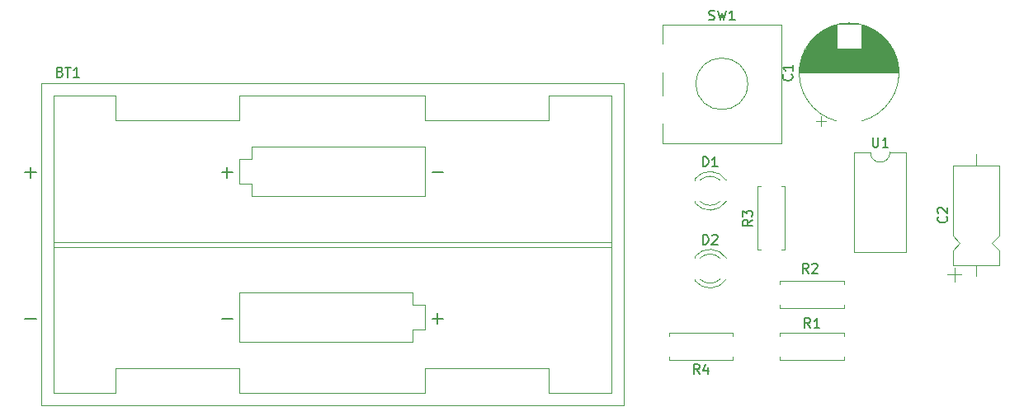
<source format=gbr>
%TF.GenerationSoftware,KiCad,Pcbnew,9.0.2*%
%TF.CreationDate,2025-07-04T12:52:13+05:30*%
%TF.ProjectId,qn2,716e322e-6b69-4636-9164-5f7063625858,rev?*%
%TF.SameCoordinates,Original*%
%TF.FileFunction,Legend,Top*%
%TF.FilePolarity,Positive*%
%FSLAX46Y46*%
G04 Gerber Fmt 4.6, Leading zero omitted, Abs format (unit mm)*
G04 Created by KiCad (PCBNEW 9.0.2) date 2025-07-04 12:52:13*
%MOMM*%
%LPD*%
G01*
G04 APERTURE LIST*
%ADD10C,0.150000*%
%ADD11C,0.120000*%
G04 APERTURE END LIST*
D10*
X119109580Y-60034343D02*
X119157200Y-60081962D01*
X119157200Y-60081962D02*
X119204819Y-60224819D01*
X119204819Y-60224819D02*
X119204819Y-60320057D01*
X119204819Y-60320057D02*
X119157200Y-60462914D01*
X119157200Y-60462914D02*
X119061961Y-60558152D01*
X119061961Y-60558152D02*
X118966723Y-60605771D01*
X118966723Y-60605771D02*
X118776247Y-60653390D01*
X118776247Y-60653390D02*
X118633390Y-60653390D01*
X118633390Y-60653390D02*
X118442914Y-60605771D01*
X118442914Y-60605771D02*
X118347676Y-60558152D01*
X118347676Y-60558152D02*
X118252438Y-60462914D01*
X118252438Y-60462914D02*
X118204819Y-60320057D01*
X118204819Y-60320057D02*
X118204819Y-60224819D01*
X118204819Y-60224819D02*
X118252438Y-60081962D01*
X118252438Y-60081962D02*
X118300057Y-60034343D01*
X119204819Y-59081962D02*
X119204819Y-59653390D01*
X119204819Y-59367676D02*
X118204819Y-59367676D01*
X118204819Y-59367676D02*
X118347676Y-59462914D01*
X118347676Y-59462914D02*
X118442914Y-59558152D01*
X118442914Y-59558152D02*
X118490533Y-59653390D01*
X134989580Y-74666666D02*
X135037200Y-74714285D01*
X135037200Y-74714285D02*
X135084819Y-74857142D01*
X135084819Y-74857142D02*
X135084819Y-74952380D01*
X135084819Y-74952380D02*
X135037200Y-75095237D01*
X135037200Y-75095237D02*
X134941961Y-75190475D01*
X134941961Y-75190475D02*
X134846723Y-75238094D01*
X134846723Y-75238094D02*
X134656247Y-75285713D01*
X134656247Y-75285713D02*
X134513390Y-75285713D01*
X134513390Y-75285713D02*
X134322914Y-75238094D01*
X134322914Y-75238094D02*
X134227676Y-75190475D01*
X134227676Y-75190475D02*
X134132438Y-75095237D01*
X134132438Y-75095237D02*
X134084819Y-74952380D01*
X134084819Y-74952380D02*
X134084819Y-74857142D01*
X134084819Y-74857142D02*
X134132438Y-74714285D01*
X134132438Y-74714285D02*
X134180057Y-74666666D01*
X134180057Y-74285713D02*
X134132438Y-74238094D01*
X134132438Y-74238094D02*
X134084819Y-74142856D01*
X134084819Y-74142856D02*
X134084819Y-73904761D01*
X134084819Y-73904761D02*
X134132438Y-73809523D01*
X134132438Y-73809523D02*
X134180057Y-73761904D01*
X134180057Y-73761904D02*
X134275295Y-73714285D01*
X134275295Y-73714285D02*
X134370533Y-73714285D01*
X134370533Y-73714285D02*
X134513390Y-73761904D01*
X134513390Y-73761904D02*
X135084819Y-74333332D01*
X135084819Y-74333332D02*
X135084819Y-73714285D01*
X127428095Y-66504819D02*
X127428095Y-67314342D01*
X127428095Y-67314342D02*
X127475714Y-67409580D01*
X127475714Y-67409580D02*
X127523333Y-67457200D01*
X127523333Y-67457200D02*
X127618571Y-67504819D01*
X127618571Y-67504819D02*
X127809047Y-67504819D01*
X127809047Y-67504819D02*
X127904285Y-67457200D01*
X127904285Y-67457200D02*
X127951904Y-67409580D01*
X127951904Y-67409580D02*
X127999523Y-67314342D01*
X127999523Y-67314342D02*
X127999523Y-66504819D01*
X128999523Y-67504819D02*
X128428095Y-67504819D01*
X128713809Y-67504819D02*
X128713809Y-66504819D01*
X128713809Y-66504819D02*
X128618571Y-66647676D01*
X128618571Y-66647676D02*
X128523333Y-66742914D01*
X128523333Y-66742914D02*
X128428095Y-66790533D01*
X110616667Y-54407200D02*
X110759524Y-54454819D01*
X110759524Y-54454819D02*
X110997619Y-54454819D01*
X110997619Y-54454819D02*
X111092857Y-54407200D01*
X111092857Y-54407200D02*
X111140476Y-54359580D01*
X111140476Y-54359580D02*
X111188095Y-54264342D01*
X111188095Y-54264342D02*
X111188095Y-54169104D01*
X111188095Y-54169104D02*
X111140476Y-54073866D01*
X111140476Y-54073866D02*
X111092857Y-54026247D01*
X111092857Y-54026247D02*
X110997619Y-53978628D01*
X110997619Y-53978628D02*
X110807143Y-53931009D01*
X110807143Y-53931009D02*
X110711905Y-53883390D01*
X110711905Y-53883390D02*
X110664286Y-53835771D01*
X110664286Y-53835771D02*
X110616667Y-53740533D01*
X110616667Y-53740533D02*
X110616667Y-53645295D01*
X110616667Y-53645295D02*
X110664286Y-53550057D01*
X110664286Y-53550057D02*
X110711905Y-53502438D01*
X110711905Y-53502438D02*
X110807143Y-53454819D01*
X110807143Y-53454819D02*
X111045238Y-53454819D01*
X111045238Y-53454819D02*
X111188095Y-53502438D01*
X111521429Y-53454819D02*
X111759524Y-54454819D01*
X111759524Y-54454819D02*
X111950000Y-53740533D01*
X111950000Y-53740533D02*
X112140476Y-54454819D01*
X112140476Y-54454819D02*
X112378572Y-53454819D01*
X113283333Y-54454819D02*
X112711905Y-54454819D01*
X112997619Y-54454819D02*
X112997619Y-53454819D01*
X112997619Y-53454819D02*
X112902381Y-53597676D01*
X112902381Y-53597676D02*
X112807143Y-53692914D01*
X112807143Y-53692914D02*
X112711905Y-53740533D01*
X109643333Y-90824819D02*
X109310000Y-90348628D01*
X109071905Y-90824819D02*
X109071905Y-89824819D01*
X109071905Y-89824819D02*
X109452857Y-89824819D01*
X109452857Y-89824819D02*
X109548095Y-89872438D01*
X109548095Y-89872438D02*
X109595714Y-89920057D01*
X109595714Y-89920057D02*
X109643333Y-90015295D01*
X109643333Y-90015295D02*
X109643333Y-90158152D01*
X109643333Y-90158152D02*
X109595714Y-90253390D01*
X109595714Y-90253390D02*
X109548095Y-90301009D01*
X109548095Y-90301009D02*
X109452857Y-90348628D01*
X109452857Y-90348628D02*
X109071905Y-90348628D01*
X110500476Y-90158152D02*
X110500476Y-90824819D01*
X110262381Y-89777200D02*
X110024286Y-90491485D01*
X110024286Y-90491485D02*
X110643333Y-90491485D01*
X115084819Y-74976666D02*
X114608628Y-75309999D01*
X115084819Y-75548094D02*
X114084819Y-75548094D01*
X114084819Y-75548094D02*
X114084819Y-75167142D01*
X114084819Y-75167142D02*
X114132438Y-75071904D01*
X114132438Y-75071904D02*
X114180057Y-75024285D01*
X114180057Y-75024285D02*
X114275295Y-74976666D01*
X114275295Y-74976666D02*
X114418152Y-74976666D01*
X114418152Y-74976666D02*
X114513390Y-75024285D01*
X114513390Y-75024285D02*
X114561009Y-75071904D01*
X114561009Y-75071904D02*
X114608628Y-75167142D01*
X114608628Y-75167142D02*
X114608628Y-75548094D01*
X114084819Y-74643332D02*
X114084819Y-74024285D01*
X114084819Y-74024285D02*
X114465771Y-74357618D01*
X114465771Y-74357618D02*
X114465771Y-74214761D01*
X114465771Y-74214761D02*
X114513390Y-74119523D01*
X114513390Y-74119523D02*
X114561009Y-74071904D01*
X114561009Y-74071904D02*
X114656247Y-74024285D01*
X114656247Y-74024285D02*
X114894342Y-74024285D01*
X114894342Y-74024285D02*
X114989580Y-74071904D01*
X114989580Y-74071904D02*
X115037200Y-74119523D01*
X115037200Y-74119523D02*
X115084819Y-74214761D01*
X115084819Y-74214761D02*
X115084819Y-74500475D01*
X115084819Y-74500475D02*
X115037200Y-74595713D01*
X115037200Y-74595713D02*
X114989580Y-74643332D01*
X120833333Y-80454819D02*
X120500000Y-79978628D01*
X120261905Y-80454819D02*
X120261905Y-79454819D01*
X120261905Y-79454819D02*
X120642857Y-79454819D01*
X120642857Y-79454819D02*
X120738095Y-79502438D01*
X120738095Y-79502438D02*
X120785714Y-79550057D01*
X120785714Y-79550057D02*
X120833333Y-79645295D01*
X120833333Y-79645295D02*
X120833333Y-79788152D01*
X120833333Y-79788152D02*
X120785714Y-79883390D01*
X120785714Y-79883390D02*
X120738095Y-79931009D01*
X120738095Y-79931009D02*
X120642857Y-79978628D01*
X120642857Y-79978628D02*
X120261905Y-79978628D01*
X121214286Y-79550057D02*
X121261905Y-79502438D01*
X121261905Y-79502438D02*
X121357143Y-79454819D01*
X121357143Y-79454819D02*
X121595238Y-79454819D01*
X121595238Y-79454819D02*
X121690476Y-79502438D01*
X121690476Y-79502438D02*
X121738095Y-79550057D01*
X121738095Y-79550057D02*
X121785714Y-79645295D01*
X121785714Y-79645295D02*
X121785714Y-79740533D01*
X121785714Y-79740533D02*
X121738095Y-79883390D01*
X121738095Y-79883390D02*
X121166667Y-80454819D01*
X121166667Y-80454819D02*
X121785714Y-80454819D01*
X121023333Y-86084819D02*
X120690000Y-85608628D01*
X120451905Y-86084819D02*
X120451905Y-85084819D01*
X120451905Y-85084819D02*
X120832857Y-85084819D01*
X120832857Y-85084819D02*
X120928095Y-85132438D01*
X120928095Y-85132438D02*
X120975714Y-85180057D01*
X120975714Y-85180057D02*
X121023333Y-85275295D01*
X121023333Y-85275295D02*
X121023333Y-85418152D01*
X121023333Y-85418152D02*
X120975714Y-85513390D01*
X120975714Y-85513390D02*
X120928095Y-85561009D01*
X120928095Y-85561009D02*
X120832857Y-85608628D01*
X120832857Y-85608628D02*
X120451905Y-85608628D01*
X121975714Y-86084819D02*
X121404286Y-86084819D01*
X121690000Y-86084819D02*
X121690000Y-85084819D01*
X121690000Y-85084819D02*
X121594762Y-85227676D01*
X121594762Y-85227676D02*
X121499524Y-85322914D01*
X121499524Y-85322914D02*
X121404286Y-85370533D01*
X109991905Y-77494819D02*
X109991905Y-76494819D01*
X109991905Y-76494819D02*
X110230000Y-76494819D01*
X110230000Y-76494819D02*
X110372857Y-76542438D01*
X110372857Y-76542438D02*
X110468095Y-76637676D01*
X110468095Y-76637676D02*
X110515714Y-76732914D01*
X110515714Y-76732914D02*
X110563333Y-76923390D01*
X110563333Y-76923390D02*
X110563333Y-77066247D01*
X110563333Y-77066247D02*
X110515714Y-77256723D01*
X110515714Y-77256723D02*
X110468095Y-77351961D01*
X110468095Y-77351961D02*
X110372857Y-77447200D01*
X110372857Y-77447200D02*
X110230000Y-77494819D01*
X110230000Y-77494819D02*
X109991905Y-77494819D01*
X110944286Y-76590057D02*
X110991905Y-76542438D01*
X110991905Y-76542438D02*
X111087143Y-76494819D01*
X111087143Y-76494819D02*
X111325238Y-76494819D01*
X111325238Y-76494819D02*
X111420476Y-76542438D01*
X111420476Y-76542438D02*
X111468095Y-76590057D01*
X111468095Y-76590057D02*
X111515714Y-76685295D01*
X111515714Y-76685295D02*
X111515714Y-76780533D01*
X111515714Y-76780533D02*
X111468095Y-76923390D01*
X111468095Y-76923390D02*
X110896667Y-77494819D01*
X110896667Y-77494819D02*
X111515714Y-77494819D01*
X109991905Y-69494819D02*
X109991905Y-68494819D01*
X109991905Y-68494819D02*
X110230000Y-68494819D01*
X110230000Y-68494819D02*
X110372857Y-68542438D01*
X110372857Y-68542438D02*
X110468095Y-68637676D01*
X110468095Y-68637676D02*
X110515714Y-68732914D01*
X110515714Y-68732914D02*
X110563333Y-68923390D01*
X110563333Y-68923390D02*
X110563333Y-69066247D01*
X110563333Y-69066247D02*
X110515714Y-69256723D01*
X110515714Y-69256723D02*
X110468095Y-69351961D01*
X110468095Y-69351961D02*
X110372857Y-69447200D01*
X110372857Y-69447200D02*
X110230000Y-69494819D01*
X110230000Y-69494819D02*
X109991905Y-69494819D01*
X111515714Y-69494819D02*
X110944286Y-69494819D01*
X111230000Y-69494819D02*
X111230000Y-68494819D01*
X111230000Y-68494819D02*
X111134762Y-68637676D01*
X111134762Y-68637676D02*
X111039524Y-68732914D01*
X111039524Y-68732914D02*
X110944286Y-68780533D01*
X44049285Y-59781009D02*
X44192142Y-59828628D01*
X44192142Y-59828628D02*
X44239761Y-59876247D01*
X44239761Y-59876247D02*
X44287380Y-59971485D01*
X44287380Y-59971485D02*
X44287380Y-60114342D01*
X44287380Y-60114342D02*
X44239761Y-60209580D01*
X44239761Y-60209580D02*
X44192142Y-60257200D01*
X44192142Y-60257200D02*
X44096904Y-60304819D01*
X44096904Y-60304819D02*
X43715952Y-60304819D01*
X43715952Y-60304819D02*
X43715952Y-59304819D01*
X43715952Y-59304819D02*
X44049285Y-59304819D01*
X44049285Y-59304819D02*
X44144523Y-59352438D01*
X44144523Y-59352438D02*
X44192142Y-59400057D01*
X44192142Y-59400057D02*
X44239761Y-59495295D01*
X44239761Y-59495295D02*
X44239761Y-59590533D01*
X44239761Y-59590533D02*
X44192142Y-59685771D01*
X44192142Y-59685771D02*
X44144523Y-59733390D01*
X44144523Y-59733390D02*
X44049285Y-59781009D01*
X44049285Y-59781009D02*
X43715952Y-59781009D01*
X44573095Y-59304819D02*
X45144523Y-59304819D01*
X44858809Y-60304819D02*
X44858809Y-59304819D01*
X46001666Y-60304819D02*
X45430238Y-60304819D01*
X45715952Y-60304819D02*
X45715952Y-59304819D01*
X45715952Y-59304819D02*
X45620714Y-59447676D01*
X45620714Y-59447676D02*
X45525476Y-59542914D01*
X45525476Y-59542914D02*
X45430238Y-59590533D01*
X60618571Y-70124700D02*
X61761429Y-70124700D01*
X61190000Y-70696128D02*
X61190000Y-69553271D01*
X40453571Y-70124700D02*
X41596429Y-70124700D01*
X41025000Y-70696128D02*
X41025000Y-69553271D01*
X82208571Y-85114700D02*
X83351429Y-85114700D01*
X82780000Y-85686128D02*
X82780000Y-84543271D01*
X40453571Y-85114700D02*
X41596429Y-85114700D01*
X82208571Y-70124700D02*
X83351429Y-70124700D01*
X60618571Y-85114700D02*
X61761429Y-85114700D01*
D11*
%TO.C,C1*%
X122125000Y-65347323D02*
X122125000Y-64347323D01*
X121625000Y-64847323D02*
X122625000Y-64847323D01*
X119920000Y-59867677D02*
X130080000Y-59867677D01*
X119920000Y-59827677D02*
X130080000Y-59827677D01*
X119921000Y-59787677D02*
X130079000Y-59787677D01*
X119921000Y-59747677D02*
X130079000Y-59747677D01*
X119923000Y-59707677D02*
X130077000Y-59707677D01*
X119924000Y-59667677D02*
X130076000Y-59667677D01*
X119926000Y-59627677D02*
X130074000Y-59627677D01*
X119928000Y-59587677D02*
X130072000Y-59587677D01*
X119930000Y-59547677D02*
X130070000Y-59547677D01*
X119933000Y-59507677D02*
X130067000Y-59507677D01*
X119936000Y-59467677D02*
X130064000Y-59467677D01*
X119939000Y-59427677D02*
X130061000Y-59427677D01*
X119943000Y-59387677D02*
X130057000Y-59387677D01*
X119946000Y-59347677D02*
X130054000Y-59347677D01*
X119951000Y-59307677D02*
X130049000Y-59307677D01*
X119955000Y-59267677D02*
X130045000Y-59267677D01*
X119960000Y-59227677D02*
X130040000Y-59227677D01*
X119965000Y-59187677D02*
X130035000Y-59187677D01*
X119971000Y-59147677D02*
X130029000Y-59147677D01*
X119977000Y-59107677D02*
X130023000Y-59107677D01*
X119983000Y-59067677D02*
X130017000Y-59067677D01*
X119989000Y-59027677D02*
X130011000Y-59027677D01*
X119996000Y-58987677D02*
X130004000Y-58987677D01*
X120003000Y-58947677D02*
X129997000Y-58947677D01*
X120011000Y-58907677D02*
X129989000Y-58907677D01*
X120019000Y-58867677D02*
X129981000Y-58867677D01*
X120027000Y-58827677D02*
X129973000Y-58827677D01*
X120035000Y-58787677D02*
X129965000Y-58787677D01*
X120044000Y-58747677D02*
X129956000Y-58747677D01*
X120053000Y-58707677D02*
X129947000Y-58707677D01*
X120063000Y-58667677D02*
X129937000Y-58667677D01*
X120072000Y-58627677D02*
X129928000Y-58627677D01*
X120083000Y-58587677D02*
X129917000Y-58587677D01*
X120093000Y-58547677D02*
X129907000Y-58547677D01*
X120104000Y-58507677D02*
X129896000Y-58507677D01*
X120115000Y-58467677D02*
X129885000Y-58467677D01*
X120127000Y-58427677D02*
X129873000Y-58427677D01*
X120139000Y-58387677D02*
X129861000Y-58387677D01*
X120151000Y-58347677D02*
X129849000Y-58347677D01*
X120163000Y-58307677D02*
X129837000Y-58307677D01*
X120176000Y-58267677D02*
X129824000Y-58267677D01*
X120190000Y-58227677D02*
X129810000Y-58227677D01*
X120203000Y-58187677D02*
X129797000Y-58187677D01*
X120218000Y-58147677D02*
X129782000Y-58147677D01*
X120232000Y-58107677D02*
X129768000Y-58107677D01*
X120247000Y-58067677D02*
X129753000Y-58067677D01*
X120262000Y-58027677D02*
X129738000Y-58027677D01*
X120278000Y-57987677D02*
X129722000Y-57987677D01*
X120294000Y-57947677D02*
X129706000Y-57947677D01*
X120310000Y-57907677D02*
X129690000Y-57907677D01*
X120327000Y-57867677D02*
X129673000Y-57867677D01*
X120344000Y-57827677D02*
X129656000Y-57827677D01*
X120362000Y-57787677D02*
X129638000Y-57787677D01*
X120380000Y-57747677D02*
X129620000Y-57747677D01*
X120398000Y-57707677D02*
X129602000Y-57707677D01*
X120417000Y-57667677D02*
X129583000Y-57667677D01*
X120436000Y-57627677D02*
X129564000Y-57627677D01*
X120456000Y-57587677D02*
X129544000Y-57587677D01*
X120476000Y-57547677D02*
X129524000Y-57547677D01*
X120496000Y-57507677D02*
X129504000Y-57507677D01*
X120517000Y-57467677D02*
X129483000Y-57467677D01*
X120539000Y-57427677D02*
X129461000Y-57427677D01*
X120561000Y-57387677D02*
X129439000Y-57387677D01*
X120583000Y-57347677D02*
X123760000Y-57347677D01*
X126240000Y-57347677D02*
X129417000Y-57347677D01*
X120606000Y-57307677D02*
X123760000Y-57307677D01*
X126240000Y-57307677D02*
X129394000Y-57307677D01*
X120629000Y-57267677D02*
X123760000Y-57267677D01*
X126240000Y-57267677D02*
X129371000Y-57267677D01*
X120653000Y-57227677D02*
X123760000Y-57227677D01*
X126240000Y-57227677D02*
X129347000Y-57227677D01*
X120677000Y-57187677D02*
X123760000Y-57187677D01*
X126240000Y-57187677D02*
X129323000Y-57187677D01*
X120702000Y-57147677D02*
X123760000Y-57147677D01*
X126240000Y-57147677D02*
X129298000Y-57147677D01*
X120728000Y-57107677D02*
X123760000Y-57107677D01*
X126240000Y-57107677D02*
X129272000Y-57107677D01*
X120753000Y-57067677D02*
X123760000Y-57067677D01*
X126240000Y-57067677D02*
X129247000Y-57067677D01*
X120780000Y-57027677D02*
X123760000Y-57027677D01*
X126240000Y-57027677D02*
X129220000Y-57027677D01*
X120807000Y-56987677D02*
X123760000Y-56987677D01*
X126240000Y-56987677D02*
X129193000Y-56987677D01*
X120834000Y-56947677D02*
X123760000Y-56947677D01*
X126240000Y-56947677D02*
X129166000Y-56947677D01*
X120862000Y-56907677D02*
X123760000Y-56907677D01*
X126240000Y-56907677D02*
X129138000Y-56907677D01*
X120891000Y-56867677D02*
X123760000Y-56867677D01*
X126240000Y-56867677D02*
X129109000Y-56867677D01*
X120920000Y-56827677D02*
X123760000Y-56827677D01*
X126240000Y-56827677D02*
X129080000Y-56827677D01*
X120950000Y-56787677D02*
X123760000Y-56787677D01*
X126240000Y-56787677D02*
X129050000Y-56787677D01*
X120980000Y-56747677D02*
X123760000Y-56747677D01*
X126240000Y-56747677D02*
X129020000Y-56747677D01*
X121012000Y-56707677D02*
X123760000Y-56707677D01*
X126240000Y-56707677D02*
X128988000Y-56707677D01*
X121043000Y-56667677D02*
X123760000Y-56667677D01*
X126240000Y-56667677D02*
X128957000Y-56667677D01*
X121076000Y-56627677D02*
X123760000Y-56627677D01*
X126240000Y-56627677D02*
X128924000Y-56627677D01*
X121109000Y-56587677D02*
X123760000Y-56587677D01*
X126240000Y-56587677D02*
X128891000Y-56587677D01*
X121142000Y-56547677D02*
X123760000Y-56547677D01*
X126240000Y-56547677D02*
X128858000Y-56547677D01*
X121177000Y-56507677D02*
X123760000Y-56507677D01*
X126240000Y-56507677D02*
X128823000Y-56507677D01*
X121212000Y-56467677D02*
X123760000Y-56467677D01*
X126240000Y-56467677D02*
X128788000Y-56467677D01*
X121248000Y-56427677D02*
X123760000Y-56427677D01*
X126240000Y-56427677D02*
X128752000Y-56427677D01*
X121284000Y-56387677D02*
X123760000Y-56387677D01*
X126240000Y-56387677D02*
X128716000Y-56387677D01*
X121322000Y-56347677D02*
X123760000Y-56347677D01*
X126240000Y-56347677D02*
X128678000Y-56347677D01*
X121360000Y-56307677D02*
X123760000Y-56307677D01*
X126240000Y-56307677D02*
X128640000Y-56307677D01*
X121399000Y-56267677D02*
X123760000Y-56267677D01*
X126240000Y-56267677D02*
X128601000Y-56267677D01*
X121439000Y-56227677D02*
X123760000Y-56227677D01*
X126240000Y-56227677D02*
X128561000Y-56227677D01*
X121480000Y-56187677D02*
X123760000Y-56187677D01*
X126240000Y-56187677D02*
X128520000Y-56187677D01*
X121522000Y-56147677D02*
X123760000Y-56147677D01*
X126240000Y-56147677D02*
X128478000Y-56147677D01*
X121565000Y-56107677D02*
X123760000Y-56107677D01*
X126240000Y-56107677D02*
X128435000Y-56107677D01*
X121609000Y-56067677D02*
X123760000Y-56067677D01*
X126240000Y-56067677D02*
X128391000Y-56067677D01*
X121653000Y-56027677D02*
X123760000Y-56027677D01*
X126240000Y-56027677D02*
X128347000Y-56027677D01*
X121699000Y-55987677D02*
X123760000Y-55987677D01*
X126240000Y-55987677D02*
X128301000Y-55987677D01*
X121746000Y-55947677D02*
X123760000Y-55947677D01*
X126240000Y-55947677D02*
X128254000Y-55947677D01*
X121795000Y-55907677D02*
X123760000Y-55907677D01*
X126240000Y-55907677D02*
X128205000Y-55907677D01*
X121844000Y-55867677D02*
X123760000Y-55867677D01*
X126240000Y-55867677D02*
X128156000Y-55867677D01*
X121895000Y-55827677D02*
X123760000Y-55827677D01*
X126240000Y-55827677D02*
X128105000Y-55827677D01*
X121947000Y-55787677D02*
X123760000Y-55787677D01*
X126240000Y-55787677D02*
X128053000Y-55787677D01*
X122000000Y-55747677D02*
X123760000Y-55747677D01*
X126240000Y-55747677D02*
X128000000Y-55747677D01*
X122055000Y-55707677D02*
X123760000Y-55707677D01*
X126240000Y-55707677D02*
X127945000Y-55707677D01*
X122112000Y-55667677D02*
X123760000Y-55667677D01*
X126240000Y-55667677D02*
X127888000Y-55667677D01*
X122170000Y-55627677D02*
X123760000Y-55627677D01*
X126240000Y-55627677D02*
X127830000Y-55627677D01*
X122230000Y-55587677D02*
X123760000Y-55587677D01*
X126240000Y-55587677D02*
X127770000Y-55587677D01*
X122292000Y-55547677D02*
X123760000Y-55547677D01*
X126240000Y-55547677D02*
X127708000Y-55547677D01*
X122356000Y-55507677D02*
X123760000Y-55507677D01*
X126240000Y-55507677D02*
X127644000Y-55507677D01*
X122422000Y-55467677D02*
X123760000Y-55467677D01*
X126240000Y-55467677D02*
X127578000Y-55467677D01*
X122490000Y-55427677D02*
X123760000Y-55427677D01*
X126240000Y-55427677D02*
X127510000Y-55427677D01*
X122561000Y-55387677D02*
X123760000Y-55387677D01*
X126240000Y-55387677D02*
X127439000Y-55387677D01*
X122635000Y-55347677D02*
X123760000Y-55347677D01*
X126240000Y-55347677D02*
X127365000Y-55347677D01*
X122712000Y-55307677D02*
X123760000Y-55307677D01*
X126240000Y-55307677D02*
X127288000Y-55307677D01*
X122792000Y-55267677D02*
X123760000Y-55267677D01*
X126240000Y-55267677D02*
X127208000Y-55267677D01*
X122876000Y-55227677D02*
X123760000Y-55227677D01*
X126240000Y-55227677D02*
X127124000Y-55227677D01*
X122963000Y-55187677D02*
X123760000Y-55187677D01*
X126240000Y-55187677D02*
X127037000Y-55187677D01*
X123056000Y-55147677D02*
X123760000Y-55147677D01*
X126240000Y-55147677D02*
X126944000Y-55147677D01*
X123154000Y-55107677D02*
X123760000Y-55107677D01*
X126240000Y-55107677D02*
X126846000Y-55107677D01*
X123258000Y-55067677D02*
X123760000Y-55067677D01*
X126240000Y-55067677D02*
X126742000Y-55067677D01*
X123370000Y-55027677D02*
X123760000Y-55027677D01*
X126240000Y-55027677D02*
X126630000Y-55027677D01*
X123491000Y-54987677D02*
X123760000Y-54987677D01*
X126240000Y-54987677D02*
X126509000Y-54987677D01*
X123623000Y-54947677D02*
X123760000Y-54947677D01*
X126240000Y-54947677D02*
X126377000Y-54947677D01*
X123938000Y-54867677D02*
X126062000Y-54867677D01*
X124138000Y-54827677D02*
X125862000Y-54827677D01*
X124401000Y-54787677D02*
X125599000Y-54787677D01*
X123740000Y-64830217D02*
G75*
G02*
X126260000Y-64830217I1260000J4962540D01*
G01*
%TO.C,C2*%
X135800000Y-81370000D02*
X135800000Y-79870000D01*
X138000000Y-80760000D02*
X138000000Y-79620000D01*
X135050000Y-80620000D02*
X136550000Y-80620000D01*
X135630000Y-79620000D02*
X140370000Y-79620000D01*
X135630000Y-79620000D02*
X135630000Y-78120000D01*
X140370000Y-79620000D02*
X140370000Y-78120000D01*
X135630000Y-78120000D02*
X136380000Y-77370000D01*
X140370000Y-78120000D02*
X139620000Y-77370000D01*
X136380000Y-77370000D02*
X135630000Y-76620000D01*
X139620000Y-77370000D02*
X140370000Y-76620000D01*
X135630000Y-76620000D02*
X135630000Y-69380000D01*
X140370000Y-76620000D02*
X140370000Y-69380000D01*
X135630000Y-69380000D02*
X140370000Y-69380000D01*
X138000000Y-68240000D02*
X138000000Y-69380000D01*
%TO.C,U1*%
X125540000Y-68050000D02*
X125540000Y-78330000D01*
X125540000Y-78330000D02*
X130840000Y-78330000D01*
X127190000Y-68050000D02*
X125540000Y-68050000D01*
X130840000Y-68050000D02*
X129190000Y-68050000D01*
X130840000Y-78330000D02*
X130840000Y-68050000D01*
X129190000Y-68050000D02*
G75*
G02*
X127190000Y-68050000I-1000000J0D01*
G01*
%TO.C,SW1*%
X105850000Y-54900000D02*
X118050000Y-54900000D01*
X105850000Y-56890000D02*
X105850000Y-54900000D01*
X105850000Y-59810000D02*
X105850000Y-62190000D01*
X105850000Y-67100000D02*
X105850000Y-65110000D01*
X118050000Y-54900000D02*
X118050000Y-67100000D01*
X118050000Y-67100000D02*
X105850000Y-67100000D01*
X114600000Y-61000000D02*
G75*
G02*
X109300000Y-61000000I-2650000J0D01*
G01*
X109300000Y-61000000D02*
G75*
G02*
X114600000Y-61000000I2650000J0D01*
G01*
%TO.C,R4*%
X113080000Y-89370000D02*
X106540000Y-89370000D01*
X113080000Y-89040000D02*
X113080000Y-89370000D01*
X113080000Y-86960000D02*
X113080000Y-86630000D01*
X113080000Y-86630000D02*
X106540000Y-86630000D01*
X106540000Y-89370000D02*
X106540000Y-89040000D01*
X106540000Y-86630000D02*
X106540000Y-86960000D01*
%TO.C,R3*%
X115630000Y-78080000D02*
X115630000Y-71540000D01*
X115960000Y-78080000D02*
X115630000Y-78080000D01*
X118040000Y-78080000D02*
X118370000Y-78080000D01*
X118370000Y-78080000D02*
X118370000Y-71540000D01*
X115630000Y-71540000D02*
X115960000Y-71540000D01*
X118370000Y-71540000D02*
X118040000Y-71540000D01*
%TO.C,R2*%
X117920000Y-81283986D02*
X124460000Y-81283986D01*
X117920000Y-81613986D02*
X117920000Y-81283986D01*
X117920000Y-83693986D02*
X117920000Y-84023986D01*
X117920000Y-84023986D02*
X124460000Y-84023986D01*
X124460000Y-81283986D02*
X124460000Y-81613986D01*
X124460000Y-84023986D02*
X124460000Y-83693986D01*
%TO.C,R1*%
X117920000Y-86630000D02*
X124460000Y-86630000D01*
X117920000Y-86960000D02*
X117920000Y-86630000D01*
X117920000Y-89040000D02*
X117920000Y-89370000D01*
X117920000Y-89370000D02*
X124460000Y-89370000D01*
X124460000Y-86630000D02*
X124460000Y-86960000D01*
X124460000Y-89370000D02*
X124460000Y-89040000D01*
%TO.C,D2*%
X109170000Y-78764000D02*
X109170000Y-78920000D01*
X109170000Y-81080000D02*
X109170000Y-81236000D01*
X109170000Y-78764484D02*
G75*
G02*
X112401437Y-78920000I1560000J-1235516D01*
G01*
X109689039Y-78920000D02*
G75*
G02*
X111770961Y-78920000I1040961J-1080000D01*
G01*
X111770961Y-81080000D02*
G75*
G02*
X109689039Y-81080000I-1040961J1080000D01*
G01*
X112401437Y-81080000D02*
G75*
G02*
X109170000Y-81235516I-1671437J1080000D01*
G01*
%TO.C,D1*%
X109170000Y-70764000D02*
X109170000Y-70920000D01*
X109170000Y-73080000D02*
X109170000Y-73236000D01*
X109170000Y-70764484D02*
G75*
G02*
X112401437Y-70920000I1560000J-1235516D01*
G01*
X109689039Y-70920000D02*
G75*
G02*
X111770961Y-70920000I1040961J-1080000D01*
G01*
X111770961Y-73080000D02*
G75*
G02*
X109689039Y-73080000I-1040961J1080000D01*
G01*
X112401437Y-73080000D02*
G75*
G02*
X109170000Y-73235516I-1671437J1080000D01*
G01*
%TO.C,BT1*%
X42145000Y-60945000D02*
X42145000Y-94065000D01*
X42145000Y-94065000D02*
X101855000Y-94065000D01*
X43415000Y-62215000D02*
X43415000Y-92795000D01*
X43415000Y-77251000D02*
X100585000Y-77251000D01*
X43415000Y-92795000D02*
X49760000Y-92795000D01*
X49760000Y-62215000D02*
X43415000Y-62215000D01*
X49760000Y-64755000D02*
X49760000Y-62215000D01*
X49760000Y-64755000D02*
X62460000Y-64755000D01*
X49760000Y-90255000D02*
X62460000Y-90255000D01*
X49760000Y-92795000D02*
X49760000Y-90255000D01*
X62460000Y-62215000D02*
X62460000Y-64755000D01*
X62460000Y-68740000D02*
X63730000Y-68740000D01*
X62460000Y-71280000D02*
X62460000Y-68740000D01*
X62460000Y-82460000D02*
X80240000Y-82460000D01*
X62460000Y-87540000D02*
X62460000Y-82460000D01*
X62460000Y-90255000D02*
X62460000Y-92795000D01*
X62460000Y-92795000D02*
X81510000Y-92795000D01*
X63730000Y-67470000D02*
X81510000Y-67470000D01*
X63730000Y-68740000D02*
X63730000Y-67470000D01*
X63730000Y-71280000D02*
X62460000Y-71280000D01*
X63730000Y-72550000D02*
X63730000Y-71280000D01*
X80240000Y-82460000D02*
X80240000Y-83730000D01*
X80240000Y-83730000D02*
X81510000Y-83730000D01*
X80240000Y-86270000D02*
X80240000Y-87540000D01*
X80240000Y-87540000D02*
X62460000Y-87540000D01*
X81510000Y-62215000D02*
X62460000Y-62215000D01*
X81510000Y-64755000D02*
X81510000Y-62215000D01*
X81510000Y-67470000D02*
X81510000Y-68740000D01*
X81510000Y-68740000D02*
X81510000Y-72550000D01*
X81510000Y-72550000D02*
X63730000Y-72550000D01*
X81510000Y-83730000D02*
X81510000Y-86270000D01*
X81510000Y-86270000D02*
X80240000Y-86270000D01*
X81510000Y-92795000D02*
X81510000Y-90255000D01*
X94210000Y-62215000D02*
X94210000Y-64755000D01*
X94210000Y-64755000D02*
X81510000Y-64755000D01*
X94210000Y-90255000D02*
X81510000Y-90255000D01*
X94210000Y-92795000D02*
X94210000Y-90255000D01*
X100585000Y-62215000D02*
X94210000Y-62215000D01*
X100585000Y-62215000D02*
X100585000Y-92795000D01*
X100585000Y-77759000D02*
X43415000Y-77759000D01*
X100585000Y-92795000D02*
X94210000Y-92795000D01*
X101855000Y-60945000D02*
X42145000Y-60945000D01*
X101855000Y-94065000D02*
X101855000Y-60945000D01*
%TD*%
M02*

</source>
